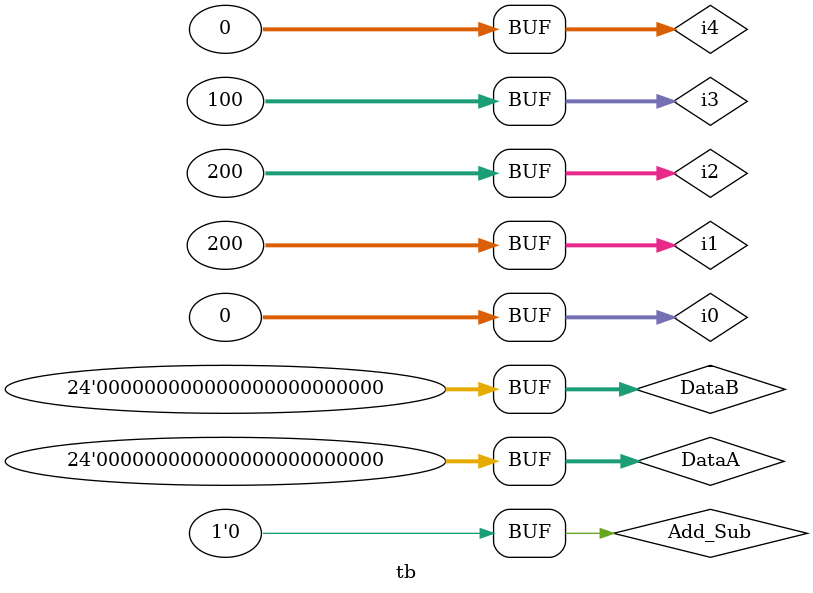
<source format=v>
`timescale 1 ns / 1 ps
module tb;
    reg [23:0] DataA = 24'b0;
    reg [23:0] DataB = 24'b0;
    reg Add_Sub = 0;
    wire [23:0] Result;
    wire Overflow;

    integer i0 = 0, i1 = 0, i2 = 0, i3 = 0, i4 = 0;

    GSR GSR_INST (.GSR(1'b1));
    PUR PUR_INST (.PUR(1'b1));

    add_sub_24bit_no_outreg u1 (.DataA(DataA), .DataB(DataB), .Add_Sub(Add_Sub), 
        .Result(Result), .Overflow(Overflow)
    );

    initial
    begin
       DataA <= 0;
      for (i1 = 0; i1 < 200; i1 = i1 + 1) begin
        #10;
         DataA <= DataA + 1'b1;
      end
    end
    initial
    begin
       DataB <= 0;
      for (i2 = 0; i2 < 200; i2 = i2 + 1) begin
        #10;
         DataB <= DataB + 1'b1;
      end
    end
    initial
    begin
       Add_Sub <= 1'b1;
      for (i3 = 0; i3 < 100; i3 = i3 + 1) begin
        #10;
      end
       Add_Sub <= 1'b0;
    end
endmodule
</source>
